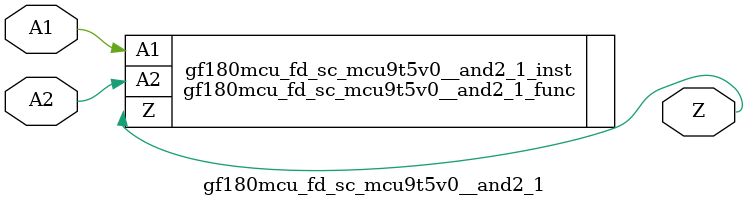
<source format=v>

module gf180mcu_fd_sc_mcu9t5v0__and2_1( A1, A2, Z );
input A1, A2;
output Z;

   `ifdef FUNCTIONAL  //  functional //

	gf180mcu_fd_sc_mcu9t5v0__and2_1_func gf180mcu_fd_sc_mcu9t5v0__and2_1_behav_inst(.A1(A1),.A2(A2),.Z(Z));

   `else

	gf180mcu_fd_sc_mcu9t5v0__and2_1_func gf180mcu_fd_sc_mcu9t5v0__and2_1_inst(.A1(A1),.A2(A2),.Z(Z));

	// spec_gates_begin


	// spec_gates_end



   specify

	// specify_block_begin

	// comb arc A1 --> Z
	 (A1 => Z) = (1.0,1.0);

	// comb arc A2 --> Z
	 (A2 => Z) = (1.0,1.0);

	// specify_block_end

   endspecify

   `endif

endmodule

</source>
